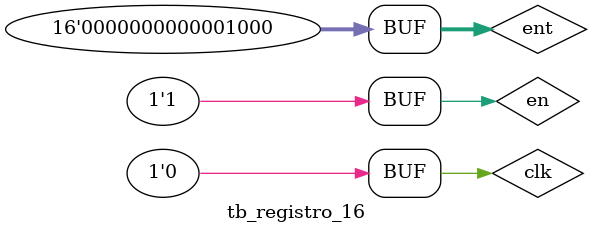
<source format=v>
`timescale 1ns / 1ps

module tb_registro_16;

	// Inputs
	reg en;
	reg clk;
	reg [15:0] ent;

	// Outputs
	wire [15:0] sal;

	// Instantiate the Unit Under Test (UUT)
	registro_16 uut (
		.en(en), 
		.clk(clk), 
		.ent(ent), 
		.sal(sal)
	);

	initial begin
		// Initialize Inputs
		en = 0;
		clk = 0;
		ent = 0;

		// Wait 100 ns for global reset to finish
		#100;
        
		// Add stimulus here
		ent = 'h12;
		clk = 1;
		en = 1;
		
		#100;
		clk = 0;
		
		#100;        
		ent = 'hff;
		clk = 1;
		en = 1;
		
		#100;
		clk = 0;
		en = 0;
		
		#100;
		clk = 1;
		ent = 'h51;
		
		#100;
		clk = 0;
		ent = 'h30;
		
		#100;
		clk = 1;
		
		#100;
		clk = 0;
		en = 1;
		ent = 'h08;
		
		#100;
		clk = 1;
		
		#100;
		clk = 0;
		
	end
      
endmodule


</source>
